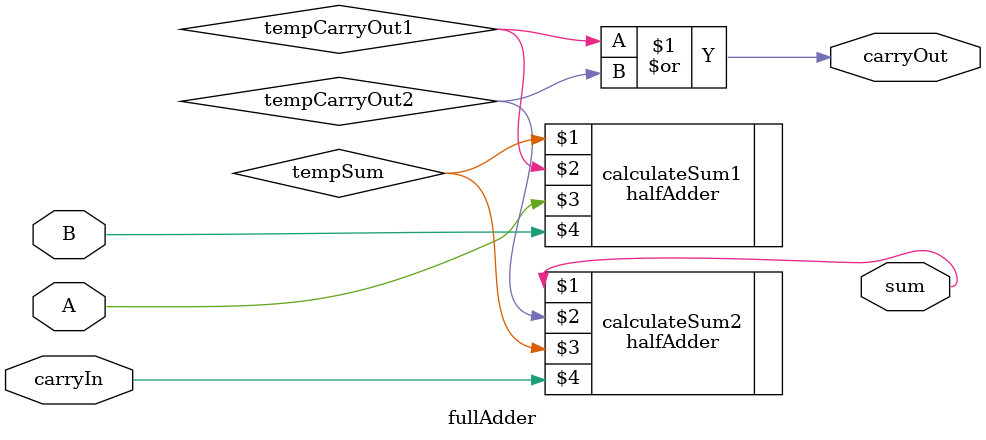
<source format=v>
module fullAdder (sum,carryOut,A,B,carryIn); //Tam toplayıcı
input A,B,carryIn; //Input bir bitlik A ve B sayıları ve elde girişi
output sum,carryOut; //Output toplam ve elde
wire A,B,carryIn,sum,carryOut;
wire tempSum,tempCarryOut1,tempCarryOut2;

//Toplamın bulunması
halfAdder calculateSum1 (tempSum,tempCarryOut1,A,B);
halfAdder calculateSum2 (sum,tempCarryOut2,tempSum,carryIn);

//Eldenin bulunması
or calculateCarry (carryOut,tempCarryOut1,tempCarryOut2);

endmodule

</source>
